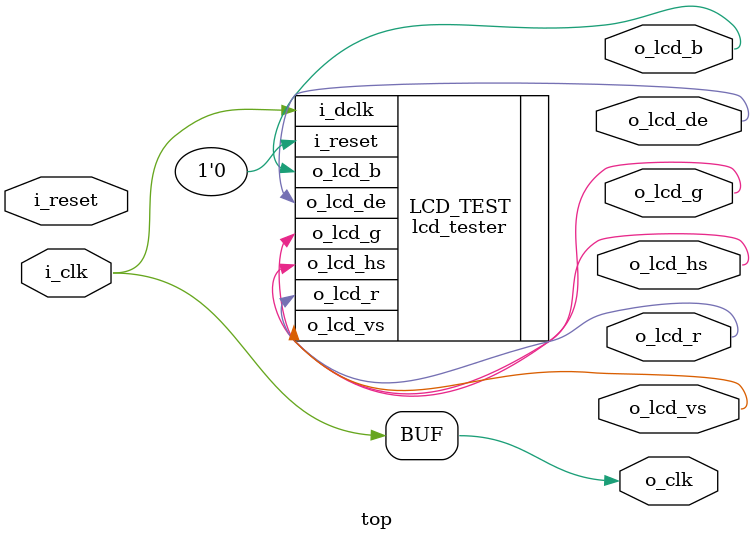
<source format=v>
module top
(
    input  wire       i_clk,
    output wire       o_clk,
    input  wire       i_reset,
    output wire       o_lcd_vs,
    output wire       o_lcd_hs,
    output wire       o_lcd_de,
//    output wire [7:0] o_lcd_r,
//    output wire [7:0] o_lcd_g,
//    output wire [7:0] o_lcd_b  
    output wire o_lcd_r,
    output wire o_lcd_g,
    output wire o_lcd_b  
);


lcd_tester LCD_TEST
(
    .i_dclk   ( i_clk    ),
//    .i_reset  ( i_reset  ),
    .i_reset  ( 1'b0  ),
    .o_lcd_vs ( o_lcd_vs ),
    .o_lcd_hs ( o_lcd_hs ),
    .o_lcd_de ( o_lcd_de ),
    .o_lcd_r  ( o_lcd_r  ),
    .o_lcd_g  ( o_lcd_g  ),
    .o_lcd_b  ( o_lcd_b  )  
);

assign o_clk = i_clk;

endmodule

</source>
